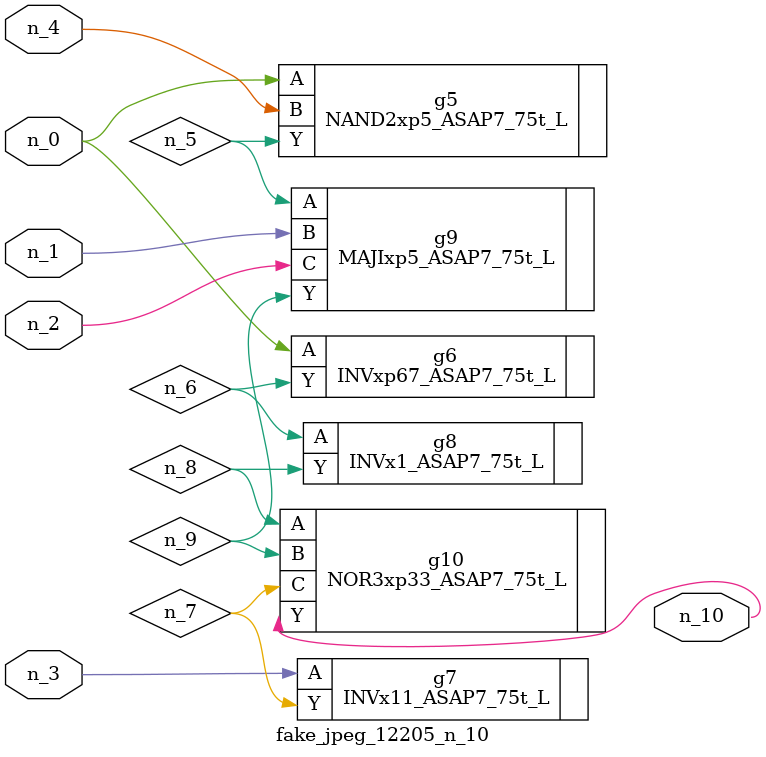
<source format=v>
module fake_jpeg_12205_n_10 (n_3, n_2, n_1, n_0, n_4, n_10);

input n_3;
input n_2;
input n_1;
input n_0;
input n_4;

output n_10;

wire n_8;
wire n_9;
wire n_6;
wire n_5;
wire n_7;

NAND2xp5_ASAP7_75t_L g5 ( 
.A(n_0),
.B(n_4),
.Y(n_5)
);

INVxp67_ASAP7_75t_L g6 ( 
.A(n_0),
.Y(n_6)
);

INVx11_ASAP7_75t_L g7 ( 
.A(n_3),
.Y(n_7)
);

INVx1_ASAP7_75t_L g8 ( 
.A(n_6),
.Y(n_8)
);

NOR3xp33_ASAP7_75t_L g10 ( 
.A(n_8),
.B(n_9),
.C(n_7),
.Y(n_10)
);

MAJIxp5_ASAP7_75t_L g9 ( 
.A(n_5),
.B(n_1),
.C(n_2),
.Y(n_9)
);


endmodule
</source>
